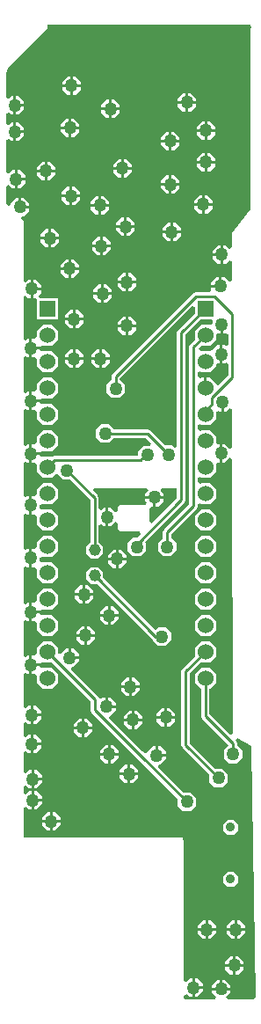
<source format=gbl>
G04*
G04 #@! TF.GenerationSoftware,Altium Limited,Altium Designer,25.2.1 (25)*
G04*
G04 Layer_Physical_Order=2*
G04 Layer_Color=16711680*
%FSLAX24Y24*%
%MOIN*%
G70*
G04*
G04 #@! TF.SameCoordinates,7B2066EB-CBC2-4D7E-9A59-9876444C2551*
G04*
G04*
G04 #@! TF.FilePolarity,Positive*
G04*
G01*
G75*
%ADD14C,0.0100*%
%ADD44C,0.0354*%
%ADD49C,0.0453*%
%ADD50C,0.0602*%
%ADD51R,0.0602X0.0602*%
%ADD52C,0.0500*%
G36*
X8750Y37150D02*
X8700Y37100D01*
Y30250D01*
X8000Y29350D01*
X8001Y28794D01*
X7902Y28752D01*
X7772Y28882D01*
X7677D01*
Y28532D01*
Y28182D01*
X7772D01*
X7903Y28312D01*
X8003Y28271D01*
X8005Y27531D01*
X7905Y27499D01*
X7722Y27682D01*
X7627D01*
Y27332D01*
X7577D01*
Y27282D01*
X7227D01*
Y27187D01*
X7190Y27097D01*
X6637D01*
X6522Y27050D01*
X3485Y24013D01*
X3438Y23898D01*
Y23783D01*
X3250Y23595D01*
Y23305D01*
X3455Y23100D01*
X3745D01*
X3950Y23305D01*
Y23595D01*
X3762Y23783D01*
Y23831D01*
X6506Y26575D01*
X6599Y26537D01*
Y26312D01*
X5974Y25688D01*
X5927Y25573D01*
Y21249D01*
X5834Y21211D01*
X5745Y21300D01*
X5480D01*
X4915Y21865D01*
X4800Y21912D01*
X3533D01*
X3345Y22100D01*
X3055D01*
X2850Y21895D01*
Y21605D01*
X3055Y21400D01*
X3345D01*
X3533Y21588D01*
X4733D01*
X4940Y21381D01*
X4898Y21281D01*
X4655D01*
X4450Y21076D01*
Y20912D01*
X1289D01*
X1183Y20868D01*
X1166Y20885D01*
X834D01*
X827Y20878D01*
X727Y20920D01*
Y20932D01*
X427D01*
Y20632D01*
X522D01*
X599Y20567D01*
Y20318D01*
X834Y20083D01*
X1166D01*
X1308Y20225D01*
X1405Y20200D01*
X1605Y20000D01*
X1870D01*
X2638Y19233D01*
Y17649D01*
X2474Y17485D01*
Y17215D01*
X2665Y17024D01*
X2935D01*
X3126Y17215D01*
Y17485D01*
X2962Y17649D01*
Y18271D01*
X3055Y18309D01*
X3132Y18232D01*
X3227D01*
Y18582D01*
Y18932D01*
X3132D01*
X3055Y18854D01*
X2962Y18893D01*
Y19300D01*
X2915Y19415D01*
X2737Y19593D01*
X2775Y19685D01*
X4794D01*
X4835Y19585D01*
X4727Y19477D01*
Y19382D01*
X5427D01*
Y19477D01*
X5319Y19585D01*
X5360Y19685D01*
X5927D01*
Y19306D01*
X4978Y18358D01*
X4886Y18396D01*
Y18901D01*
X4909Y18942D01*
X4971Y18982D01*
X5027D01*
Y19282D01*
X4727D01*
Y19187D01*
X4779Y19135D01*
X4737Y19035D01*
X3793D01*
X3717Y19004D01*
X3685Y18927D01*
Y18810D01*
X3585Y18769D01*
X3422Y18932D01*
X3327D01*
Y18582D01*
Y18232D01*
X3422D01*
X3585Y18395D01*
X3685Y18353D01*
Y18140D01*
X3717Y18063D01*
X3793Y18032D01*
X4521D01*
X4560Y17939D01*
X4420Y17800D01*
X4255D01*
X4050Y17595D01*
Y17305D01*
X4255Y17100D01*
X4545D01*
X4750Y17305D01*
Y17595D01*
X4712Y17633D01*
X6204Y19124D01*
X6251Y19239D01*
Y25506D01*
X6828Y26083D01*
X7254D01*
X7277Y26027D01*
Y25905D01*
X7185Y25867D01*
X7166Y25885D01*
X6834D01*
X6599Y25650D01*
Y25318D01*
X6602Y25315D01*
X6434Y25147D01*
X6386Y25033D01*
Y19068D01*
X5435Y18117D01*
X5388Y18002D01*
Y17783D01*
X5200Y17595D01*
Y17305D01*
X5405Y17100D01*
X5695D01*
X5900Y17305D01*
Y17595D01*
X5712Y17783D01*
Y17935D01*
X6664Y18886D01*
X6711Y19001D01*
Y19075D01*
X6804Y19113D01*
X6834Y19083D01*
X7166D01*
X7401Y19318D01*
Y19650D01*
X7166Y19885D01*
X6834D01*
X6804Y19855D01*
X6711Y19893D01*
Y20075D01*
X6804Y20113D01*
X6834Y20083D01*
X7166D01*
X7401Y20318D01*
Y20572D01*
X7455Y20650D01*
X7501Y20650D01*
X7550D01*
Y21000D01*
Y21350D01*
X7501D01*
X7455Y21350D01*
X7401Y21428D01*
Y21650D01*
X7166Y21885D01*
X6834D01*
X6804Y21855D01*
X6711Y21893D01*
Y22075D01*
X6804Y22113D01*
X6834Y22083D01*
X7166D01*
X7401Y22318D01*
Y22562D01*
X7501Y22604D01*
X7515Y22590D01*
X7610D01*
Y22940D01*
X7710D01*
Y22590D01*
X7805D01*
X7917Y22702D01*
X8017Y22661D01*
X8021Y21216D01*
X7921Y21174D01*
X7745Y21350D01*
X7650D01*
Y21000D01*
Y20650D01*
X7745D01*
X7922Y20827D01*
X8022Y20787D01*
X8048Y10373D01*
X7948Y10331D01*
X7162Y11117D01*
Y12083D01*
X7166D01*
X7401Y12318D01*
Y12650D01*
X7166Y12885D01*
X6834D01*
X6599Y12650D01*
Y12318D01*
X6834Y12083D01*
X6838D01*
Y11050D01*
X6885Y10935D01*
X7888Y9933D01*
Y9933D01*
X7700Y9745D01*
Y9455D01*
X7905Y9250D01*
X8195D01*
X8400Y9455D01*
Y9745D01*
X8212Y9933D01*
Y10000D01*
X8165Y10115D01*
X8149Y10131D01*
X8209Y10212D01*
X8750Y9917D01*
X8899Y371D01*
X8829Y300D01*
X7836D01*
X7795Y400D01*
X7950Y555D01*
Y650D01*
X7250D01*
Y555D01*
X7405Y400D01*
X7364Y300D01*
X6245D01*
X6185Y390D01*
X6202Y473D01*
X6297Y508D01*
X6405Y400D01*
X6500D01*
Y750D01*
Y1100D01*
X6405D01*
X6281Y976D01*
X6181Y1018D01*
Y6314D01*
X6150Y6390D01*
Y6426D01*
X100D01*
Y7564D01*
X200Y7605D01*
X305Y7500D01*
X400D01*
Y7850D01*
Y8200D01*
X305D01*
X192Y8087D01*
X100Y8126D01*
Y8374D01*
X192Y8413D01*
X305Y8300D01*
X400D01*
Y8650D01*
Y9000D01*
X305D01*
X192Y8887D01*
X100Y8926D01*
Y9683D01*
X192Y9721D01*
X282Y9632D01*
X377D01*
Y9982D01*
Y10332D01*
X282D01*
X192Y10242D01*
X100Y10280D01*
Y10783D01*
X192Y10821D01*
X282Y10732D01*
X377D01*
Y11082D01*
Y11432D01*
X282D01*
X192Y11342D01*
X100Y11380D01*
Y12633D01*
X192Y12671D01*
X232Y12632D01*
X327D01*
Y12982D01*
Y13332D01*
X232D01*
X192Y13292D01*
X100Y13330D01*
Y14633D01*
X192Y14671D01*
X232Y14632D01*
X327D01*
Y14982D01*
Y15332D01*
X232D01*
X192Y15292D01*
X100Y15330D01*
Y16683D01*
X192Y16721D01*
X232Y16682D01*
X327D01*
Y17032D01*
Y17382D01*
X232D01*
X192Y17342D01*
X100Y17380D01*
Y18683D01*
X192Y18721D01*
X232Y18682D01*
X327D01*
Y19032D01*
Y19382D01*
X232D01*
X192Y19342D01*
X100Y19380D01*
Y20633D01*
X192Y20671D01*
X232Y20632D01*
X327D01*
Y20982D01*
Y21332D01*
X232D01*
X192Y21292D01*
X100Y21330D01*
Y22633D01*
X192Y22671D01*
X232Y22632D01*
X327D01*
Y22982D01*
Y23332D01*
X232D01*
X192Y23292D01*
X100Y23330D01*
Y24633D01*
X192Y24671D01*
X232Y24632D01*
X327D01*
Y24982D01*
Y25332D01*
X232D01*
X192Y25292D01*
X100Y25330D01*
Y26933D01*
X192Y26971D01*
X282Y26882D01*
X377D01*
Y27232D01*
Y27582D01*
X282D01*
X192Y27492D01*
X100Y27530D01*
Y29800D01*
X11Y29889D01*
X49Y29982D01*
X122D01*
X327Y30187D01*
Y30282D01*
X-23D01*
Y30332D01*
X-73D01*
Y30682D01*
X-168D01*
X-373Y30477D01*
Y30404D01*
X-465Y30365D01*
X-550Y30450D01*
Y31122D01*
X-450Y31164D01*
X-318Y31032D01*
X-223D01*
Y31382D01*
Y31732D01*
X-318D01*
X-450Y31600D01*
X-550Y31641D01*
Y32883D01*
X-458Y32921D01*
X-368Y32832D01*
X-273D01*
Y33182D01*
Y33532D01*
X-368D01*
X-458Y33442D01*
X-550Y33480D01*
Y33883D01*
X-458Y33921D01*
X-368Y33832D01*
X-273D01*
Y34182D01*
Y34532D01*
X-368D01*
X-458Y34442D01*
X-550Y34480D01*
Y35400D01*
X-450Y35650D01*
X1000Y37100D01*
Y37250D01*
X8709D01*
X8750Y37150D01*
D02*
G37*
G36*
X7677Y25532D02*
X7772D01*
X7772Y25532D01*
X7865Y25494D01*
Y25111D01*
X7772Y25073D01*
X7745Y25100D01*
X7650D01*
Y24750D01*
Y24400D01*
X7745D01*
X7772Y24427D01*
X7865Y24389D01*
Y23940D01*
X7494Y23569D01*
X7401Y23607D01*
Y23650D01*
X7166Y23885D01*
X7050D01*
Y23484D01*
X6950D01*
Y23885D01*
X6834D01*
X6804Y23855D01*
X6711Y23893D01*
Y24075D01*
X6804Y24113D01*
X6834Y24083D01*
X7166D01*
X7401Y24318D01*
Y24378D01*
X7455Y24400D01*
X7550D01*
Y24750D01*
Y25100D01*
X7455D01*
X7250Y24895D01*
X7184Y24868D01*
X7166Y24885D01*
X6834D01*
X6738Y24931D01*
X6731Y24985D01*
X6831Y25085D01*
X6834Y25083D01*
X7166D01*
X7401Y25318D01*
Y25498D01*
X7482Y25532D01*
X7577D01*
Y25882D01*
X7677D01*
Y25532D01*
D02*
G37*
%LPC*%
G36*
X2072Y35282D02*
X1977D01*
Y34982D01*
X2277D01*
Y35077D01*
X2072Y35282D01*
D02*
G37*
G36*
X1877D02*
X1782D01*
X1577Y35077D01*
Y34982D01*
X1877D01*
Y35282D01*
D02*
G37*
G36*
X2277Y34882D02*
X1977D01*
Y34582D01*
X2072D01*
X2277Y34787D01*
Y34882D01*
D02*
G37*
G36*
X1877D02*
X1577D01*
Y34787D01*
X1782Y34582D01*
X1877D01*
Y34882D01*
D02*
G37*
G36*
X6445Y34650D02*
X6350D01*
Y34350D01*
X6650D01*
Y34445D01*
X6445Y34650D01*
D02*
G37*
G36*
X6250D02*
X6155D01*
X5950Y34445D01*
Y34350D01*
X6250D01*
Y34650D01*
D02*
G37*
G36*
X-78Y34532D02*
X-173D01*
Y34232D01*
X127D01*
Y34327D01*
X-78Y34532D01*
D02*
G37*
G36*
X3545Y34400D02*
X3450D01*
Y34100D01*
X3750D01*
Y34195D01*
X3545Y34400D01*
D02*
G37*
G36*
X3350D02*
X3255D01*
X3050Y34195D01*
Y34100D01*
X3350D01*
Y34400D01*
D02*
G37*
G36*
X6650Y34250D02*
X6350D01*
Y33950D01*
X6445D01*
X6650Y34155D01*
Y34250D01*
D02*
G37*
G36*
X6250D02*
X5950D01*
Y34155D01*
X6155Y33950D01*
X6250D01*
Y34250D01*
D02*
G37*
G36*
X127Y34132D02*
X-173D01*
Y33832D01*
X-78D01*
X127Y34037D01*
Y34132D01*
D02*
G37*
G36*
X3750Y34000D02*
X3450D01*
Y33700D01*
X3545D01*
X3750Y33905D01*
Y34000D01*
D02*
G37*
G36*
X3350D02*
X3050D01*
Y33905D01*
X3255Y33700D01*
X3350D01*
Y34000D01*
D02*
G37*
G36*
X2022Y33682D02*
X1927D01*
Y33382D01*
X2227D01*
Y33477D01*
X2022Y33682D01*
D02*
G37*
G36*
X1827D02*
X1732D01*
X1527Y33477D01*
Y33382D01*
X1827D01*
Y33682D01*
D02*
G37*
G36*
X7172Y33582D02*
X7077D01*
Y33282D01*
X7377D01*
Y33377D01*
X7172Y33582D01*
D02*
G37*
G36*
X6977D02*
X6882D01*
X6677Y33377D01*
Y33282D01*
X6977D01*
Y33582D01*
D02*
G37*
G36*
X-78Y33532D02*
X-173D01*
Y33232D01*
X127D01*
Y33327D01*
X-78Y33532D01*
D02*
G37*
G36*
X2227Y33282D02*
X1927D01*
Y32982D01*
X2022D01*
X2227Y33187D01*
Y33282D01*
D02*
G37*
G36*
X1827D02*
X1527D01*
Y33187D01*
X1732Y32982D01*
X1827D01*
Y33282D01*
D02*
G37*
G36*
X7377Y33182D02*
X7077D01*
Y32882D01*
X7172D01*
X7377Y33087D01*
Y33182D01*
D02*
G37*
G36*
X6977D02*
X6677D01*
Y33087D01*
X6882Y32882D01*
X6977D01*
Y33182D01*
D02*
G37*
G36*
X5822D02*
X5727D01*
Y32882D01*
X6027D01*
Y32977D01*
X5822Y33182D01*
D02*
G37*
G36*
X5627D02*
X5532D01*
X5327Y32977D01*
Y32882D01*
X5627D01*
Y33182D01*
D02*
G37*
G36*
X127Y33132D02*
X-173D01*
Y32832D01*
X-78D01*
X127Y33037D01*
Y33132D01*
D02*
G37*
G36*
X6027Y32782D02*
X5727D01*
Y32482D01*
X5822D01*
X6027Y32687D01*
Y32782D01*
D02*
G37*
G36*
X5627D02*
X5327D01*
Y32687D01*
X5532Y32482D01*
X5627D01*
Y32782D01*
D02*
G37*
G36*
X7172Y32382D02*
X7077D01*
Y32082D01*
X7377D01*
Y32177D01*
X7172Y32382D01*
D02*
G37*
G36*
X6977D02*
X6882D01*
X6677Y32177D01*
Y32082D01*
X6977D01*
Y32382D01*
D02*
G37*
G36*
X3995Y32150D02*
X3900D01*
Y31850D01*
X4200D01*
Y31945D01*
X3995Y32150D01*
D02*
G37*
G36*
X3800D02*
X3705D01*
X3500Y31945D01*
Y31850D01*
X3800D01*
Y32150D01*
D02*
G37*
G36*
X1095Y32050D02*
X1000D01*
Y31750D01*
X1300D01*
Y31845D01*
X1095Y32050D01*
D02*
G37*
G36*
X900D02*
X805D01*
X600Y31845D01*
Y31750D01*
X900D01*
Y32050D01*
D02*
G37*
G36*
X7377Y31982D02*
X7077D01*
Y31682D01*
X7172D01*
X7377Y31887D01*
Y31982D01*
D02*
G37*
G36*
X6977D02*
X6677D01*
Y31887D01*
X6882Y31682D01*
X6977D01*
Y31982D01*
D02*
G37*
G36*
X4200Y31750D02*
X3900D01*
Y31450D01*
X3995D01*
X4200Y31655D01*
Y31750D01*
D02*
G37*
G36*
X3800D02*
X3500D01*
Y31655D01*
X3705Y31450D01*
X3800D01*
Y31750D01*
D02*
G37*
G36*
X-28Y31732D02*
X-123D01*
Y31432D01*
X177D01*
Y31527D01*
X-28Y31732D01*
D02*
G37*
G36*
X1300Y31650D02*
X1000D01*
Y31350D01*
X1095D01*
X1300Y31555D01*
Y31650D01*
D02*
G37*
G36*
X900D02*
X600D01*
Y31555D01*
X805Y31350D01*
X900D01*
Y31650D01*
D02*
G37*
G36*
X5822Y31532D02*
X5727D01*
Y31232D01*
X6027D01*
Y31327D01*
X5822Y31532D01*
D02*
G37*
G36*
X5627D02*
X5532D01*
X5327Y31327D01*
Y31232D01*
X5627D01*
Y31532D01*
D02*
G37*
G36*
X177Y31332D02*
X-123D01*
Y31032D01*
X-28D01*
X177Y31237D01*
Y31332D01*
D02*
G37*
G36*
X6027Y31132D02*
X5727D01*
Y30832D01*
X5822D01*
X6027Y31037D01*
Y31132D01*
D02*
G37*
G36*
X5627D02*
X5327D01*
Y31037D01*
X5532Y30832D01*
X5627D01*
Y31132D01*
D02*
G37*
G36*
X2045Y31100D02*
X1950D01*
Y30800D01*
X2250D01*
Y30895D01*
X2045Y31100D01*
D02*
G37*
G36*
X1850D02*
X1755D01*
X1550Y30895D01*
Y30800D01*
X1850D01*
Y31100D01*
D02*
G37*
G36*
X7072Y30782D02*
X6977D01*
Y30482D01*
X7277D01*
Y30577D01*
X7072Y30782D01*
D02*
G37*
G36*
X6877D02*
X6782D01*
X6577Y30577D01*
Y30482D01*
X6877D01*
Y30782D01*
D02*
G37*
G36*
X3145Y30750D02*
X3050D01*
Y30450D01*
X3350D01*
Y30545D01*
X3145Y30750D01*
D02*
G37*
G36*
X2950D02*
X2855D01*
X2650Y30545D01*
Y30450D01*
X2950D01*
Y30750D01*
D02*
G37*
G36*
X2250Y30700D02*
X1950D01*
Y30400D01*
X2045D01*
X2250Y30605D01*
Y30700D01*
D02*
G37*
G36*
X1850D02*
X1550D01*
Y30605D01*
X1755Y30400D01*
X1850D01*
Y30700D01*
D02*
G37*
G36*
X122Y30682D02*
X27D01*
Y30382D01*
X327D01*
Y30477D01*
X122Y30682D01*
D02*
G37*
G36*
X7277Y30382D02*
X6977D01*
Y30082D01*
X7072D01*
X7277Y30287D01*
Y30382D01*
D02*
G37*
G36*
X6877D02*
X6577D01*
Y30287D01*
X6782Y30082D01*
X6877D01*
Y30382D01*
D02*
G37*
G36*
X3350Y30350D02*
X3050D01*
Y30050D01*
X3145D01*
X3350Y30255D01*
Y30350D01*
D02*
G37*
G36*
X2950D02*
X2650D01*
Y30255D01*
X2855Y30050D01*
X2950D01*
Y30350D01*
D02*
G37*
G36*
X4122Y29932D02*
X4027D01*
Y29632D01*
X4327D01*
Y29727D01*
X4122Y29932D01*
D02*
G37*
G36*
X3927D02*
X3832D01*
X3627Y29727D01*
Y29632D01*
X3927D01*
Y29932D01*
D02*
G37*
G36*
X5872Y29732D02*
X5777D01*
Y29432D01*
X6077D01*
Y29527D01*
X5872Y29732D01*
D02*
G37*
G36*
X5677D02*
X5582D01*
X5377Y29527D01*
Y29432D01*
X5677D01*
Y29732D01*
D02*
G37*
G36*
X4327Y29532D02*
X4027D01*
Y29232D01*
X4122D01*
X4327Y29437D01*
Y29532D01*
D02*
G37*
G36*
X3927D02*
X3627D01*
Y29437D01*
X3832Y29232D01*
X3927D01*
Y29532D01*
D02*
G37*
G36*
X1245Y29500D02*
X1150D01*
Y29200D01*
X1450D01*
Y29295D01*
X1245Y29500D01*
D02*
G37*
G36*
X1050D02*
X955D01*
X750Y29295D01*
Y29200D01*
X1050D01*
Y29500D01*
D02*
G37*
G36*
X6077Y29332D02*
X5777D01*
Y29032D01*
X5872D01*
X6077Y29237D01*
Y29332D01*
D02*
G37*
G36*
X5677D02*
X5377D01*
Y29237D01*
X5582Y29032D01*
X5677D01*
Y29332D01*
D02*
G37*
G36*
X3195Y29200D02*
X3100D01*
Y28900D01*
X3400D01*
Y28995D01*
X3195Y29200D01*
D02*
G37*
G36*
X3000D02*
X2905D01*
X2700Y28995D01*
Y28900D01*
X3000D01*
Y29200D01*
D02*
G37*
G36*
X1450Y29100D02*
X1150D01*
Y28800D01*
X1245D01*
X1450Y29005D01*
Y29100D01*
D02*
G37*
G36*
X1050D02*
X750D01*
Y29005D01*
X955Y28800D01*
X1050D01*
Y29100D01*
D02*
G37*
G36*
X7577Y28882D02*
X7482D01*
X7277Y28677D01*
Y28582D01*
X7577D01*
Y28882D01*
D02*
G37*
G36*
X3400Y28800D02*
X3100D01*
Y28500D01*
X3195D01*
X3400Y28705D01*
Y28800D01*
D02*
G37*
G36*
X3000D02*
X2700D01*
Y28705D01*
X2905Y28500D01*
X3000D01*
Y28800D01*
D02*
G37*
G36*
X7577Y28482D02*
X7277D01*
Y28387D01*
X7482Y28182D01*
X7577D01*
Y28482D01*
D02*
G37*
G36*
X1995Y28350D02*
X1900D01*
Y28050D01*
X2200D01*
Y28145D01*
X1995Y28350D01*
D02*
G37*
G36*
X1800D02*
X1705D01*
X1500Y28145D01*
Y28050D01*
X1800D01*
Y28350D01*
D02*
G37*
G36*
X2200Y27950D02*
X1900D01*
Y27650D01*
X1995D01*
X2200Y27855D01*
Y27950D01*
D02*
G37*
G36*
X1800D02*
X1500D01*
Y27855D01*
X1705Y27650D01*
X1800D01*
Y27950D01*
D02*
G37*
G36*
X4172Y27832D02*
X4077D01*
Y27532D01*
X4377D01*
Y27627D01*
X4172Y27832D01*
D02*
G37*
G36*
X3977D02*
X3882D01*
X3677Y27627D01*
Y27532D01*
X3977D01*
Y27832D01*
D02*
G37*
G36*
X7527Y27682D02*
X7432D01*
X7227Y27477D01*
Y27382D01*
X7527D01*
Y27682D01*
D02*
G37*
G36*
X572Y27582D02*
X477D01*
Y27282D01*
X777D01*
Y27377D01*
X572Y27582D01*
D02*
G37*
G36*
X4377Y27432D02*
X4077D01*
Y27132D01*
X4172D01*
X4377Y27337D01*
Y27432D01*
D02*
G37*
G36*
X3977D02*
X3677D01*
Y27337D01*
X3882Y27132D01*
X3977D01*
Y27432D01*
D02*
G37*
G36*
X3245Y27400D02*
X3150D01*
Y27100D01*
X3450D01*
Y27195D01*
X3245Y27400D01*
D02*
G37*
G36*
X3050D02*
X2955D01*
X2750Y27195D01*
Y27100D01*
X3050D01*
Y27400D01*
D02*
G37*
G36*
X3450Y27000D02*
X3150D01*
Y26700D01*
X3245D01*
X3450Y26905D01*
Y27000D01*
D02*
G37*
G36*
X3050D02*
X2750D01*
Y26905D01*
X2955Y26700D01*
X3050D01*
Y27000D01*
D02*
G37*
G36*
X2172Y26432D02*
X2077D01*
Y26132D01*
X2377D01*
Y26227D01*
X2172Y26432D01*
D02*
G37*
G36*
X1977D02*
X1882D01*
X1677Y26227D01*
Y26132D01*
X1977D01*
Y26432D01*
D02*
G37*
G36*
X777Y27182D02*
X477D01*
Y26882D01*
X499D01*
X572Y26882D01*
X599Y26793D01*
Y26083D01*
X1401D01*
Y26885D01*
X717D01*
X675Y26985D01*
X777Y27087D01*
Y27182D01*
D02*
G37*
G36*
X4172Y26182D02*
X4077D01*
Y25882D01*
X4377D01*
Y25977D01*
X4172Y26182D01*
D02*
G37*
G36*
X3977D02*
X3882D01*
X3677Y25977D01*
Y25882D01*
X3977D01*
Y26182D01*
D02*
G37*
G36*
X2377Y26032D02*
X2077D01*
Y25732D01*
X2172D01*
X2377Y25937D01*
Y26032D01*
D02*
G37*
G36*
X1977D02*
X1677D01*
Y25937D01*
X1882Y25732D01*
X1977D01*
Y26032D01*
D02*
G37*
G36*
X4377Y25782D02*
X4077D01*
Y25482D01*
X4172D01*
X4377Y25687D01*
Y25782D01*
D02*
G37*
G36*
X3977D02*
X3677D01*
Y25687D01*
X3882Y25482D01*
X3977D01*
Y25782D01*
D02*
G37*
G36*
X1166Y25885D02*
X834D01*
X599Y25650D01*
Y25396D01*
X522Y25332D01*
X499Y25332D01*
X427D01*
Y25032D01*
X727D01*
Y25048D01*
X827Y25090D01*
X834Y25083D01*
X1166D01*
X1401Y25318D01*
Y25650D01*
X1166Y25885D01*
D02*
G37*
G36*
X3172Y24932D02*
X3077D01*
Y24632D01*
X3377D01*
Y24727D01*
X3172Y24932D01*
D02*
G37*
G36*
X2977D02*
X2882D01*
X2677Y24727D01*
Y24632D01*
X2977D01*
Y24932D01*
D02*
G37*
G36*
X2172D02*
X2077D01*
Y24632D01*
X2377D01*
Y24727D01*
X2172Y24932D01*
D02*
G37*
G36*
X1977D02*
X1882D01*
X1677Y24727D01*
Y24632D01*
X1977D01*
Y24932D01*
D02*
G37*
G36*
X3377Y24532D02*
X3077D01*
Y24232D01*
X3172D01*
X3377Y24437D01*
Y24532D01*
D02*
G37*
G36*
X2977D02*
X2677D01*
Y24437D01*
X2882Y24232D01*
X2977D01*
Y24532D01*
D02*
G37*
G36*
X2377D02*
X2077D01*
Y24232D01*
X2172D01*
X2377Y24437D01*
Y24532D01*
D02*
G37*
G36*
X1977D02*
X1677D01*
Y24437D01*
X1882Y24232D01*
X1977D01*
Y24532D01*
D02*
G37*
G36*
X727Y24932D02*
X427D01*
Y24632D01*
X499D01*
X522Y24632D01*
X599Y24567D01*
Y24318D01*
X834Y24083D01*
X1166D01*
X1401Y24318D01*
Y24650D01*
X1166Y24885D01*
X834D01*
X827Y24878D01*
X727Y24920D01*
Y24932D01*
D02*
G37*
G36*
X1166Y23885D02*
X834D01*
X599Y23650D01*
Y23396D01*
X522Y23332D01*
X499Y23332D01*
X427D01*
Y23032D01*
X727D01*
Y23048D01*
X827Y23090D01*
X834Y23083D01*
X1166D01*
X1401Y23318D01*
Y23650D01*
X1166Y23885D01*
D02*
G37*
G36*
X727Y22932D02*
X427D01*
Y22632D01*
X499D01*
X522Y22632D01*
X599Y22567D01*
Y22318D01*
X834Y22083D01*
X1166D01*
X1401Y22318D01*
Y22650D01*
X1166Y22885D01*
X834D01*
X827Y22878D01*
X727Y22920D01*
Y22932D01*
D02*
G37*
G36*
X1166Y21885D02*
X834D01*
X599Y21650D01*
Y21396D01*
X522Y21332D01*
X499Y21332D01*
X427D01*
Y21032D01*
X727D01*
Y21048D01*
X827Y21090D01*
X834Y21083D01*
X1166D01*
X1401Y21318D01*
Y21650D01*
X1166Y21885D01*
D02*
G37*
G36*
Y19885D02*
X834D01*
X599Y19650D01*
Y19446D01*
X522Y19382D01*
X499Y19382D01*
X427D01*
Y19032D01*
Y18682D01*
X512D01*
X530Y18675D01*
X599Y18617D01*
Y18318D01*
X834Y18083D01*
X1166D01*
X1401Y18318D01*
Y18650D01*
X1166Y18885D01*
X834D01*
X821Y18872D01*
X727Y18920D01*
Y19048D01*
X827Y19090D01*
X834Y19083D01*
X1166D01*
X1401Y19318D01*
Y19650D01*
X1166Y19885D01*
D02*
G37*
G36*
X5427Y19282D02*
X5127D01*
Y18982D01*
X5222D01*
X5427Y19187D01*
Y19282D01*
D02*
G37*
G36*
X7166Y18885D02*
X6834D01*
X6599Y18650D01*
Y18318D01*
X6834Y18083D01*
X7166D01*
X7401Y18318D01*
Y18650D01*
X7166Y18885D01*
D02*
G37*
G36*
Y17885D02*
X6834D01*
X6599Y17650D01*
Y17318D01*
X6834Y17083D01*
X7166D01*
X7401Y17318D01*
Y17650D01*
X7166Y17885D01*
D02*
G37*
G36*
X1166D02*
X834D01*
X599Y17650D01*
Y17446D01*
X522Y17382D01*
X499Y17382D01*
X427D01*
Y17032D01*
Y16682D01*
X512D01*
X530Y16675D01*
X599Y16617D01*
Y16318D01*
X834Y16083D01*
X1166D01*
X1401Y16318D01*
Y16650D01*
X1166Y16885D01*
X834D01*
X821Y16872D01*
X727Y16920D01*
Y17048D01*
X827Y17090D01*
X834Y17083D01*
X1166D01*
X1401Y17318D01*
Y17650D01*
X1166Y17885D01*
D02*
G37*
G36*
X3795Y17350D02*
X3700D01*
Y17050D01*
X4000D01*
Y17145D01*
X3795Y17350D01*
D02*
G37*
G36*
X3600D02*
X3505D01*
X3300Y17145D01*
Y17050D01*
X3600D01*
Y17350D01*
D02*
G37*
G36*
X4000Y16950D02*
X3700D01*
Y16650D01*
X3795D01*
X4000Y16855D01*
Y16950D01*
D02*
G37*
G36*
X3600D02*
X3300D01*
Y16855D01*
X3505Y16650D01*
X3600D01*
Y16950D01*
D02*
G37*
G36*
X7166Y16885D02*
X6834D01*
X6599Y16650D01*
Y16318D01*
X6834Y16083D01*
X7166D01*
X7401Y16318D01*
Y16650D01*
X7166Y16885D01*
D02*
G37*
G36*
X2545Y16000D02*
X2450D01*
Y15700D01*
X2750D01*
Y15795D01*
X2545Y16000D01*
D02*
G37*
G36*
X2350D02*
X2255D01*
X2050Y15795D01*
Y15700D01*
X2350D01*
Y16000D01*
D02*
G37*
G36*
X2750Y15600D02*
X2450D01*
Y15300D01*
X2545D01*
X2750Y15505D01*
Y15600D01*
D02*
G37*
G36*
X2350D02*
X2050D01*
Y15505D01*
X2255Y15300D01*
X2350D01*
Y15600D01*
D02*
G37*
G36*
X7166Y15885D02*
X6834D01*
X6599Y15650D01*
Y15318D01*
X6834Y15083D01*
X7166D01*
X7401Y15318D01*
Y15650D01*
X7166Y15885D01*
D02*
G37*
G36*
X1166D02*
X834D01*
X599Y15650D01*
Y15396D01*
X522Y15332D01*
X499Y15332D01*
X427D01*
Y15032D01*
X727D01*
Y15048D01*
X827Y15090D01*
X834Y15083D01*
X1166D01*
X1401Y15318D01*
Y15650D01*
X1166Y15885D01*
D02*
G37*
G36*
X3495Y15200D02*
X3400D01*
Y14900D01*
X3700D01*
Y14995D01*
X3495Y15200D01*
D02*
G37*
G36*
X3300D02*
X3205D01*
X3000Y14995D01*
Y14900D01*
X3300D01*
Y15200D01*
D02*
G37*
G36*
X3700Y14800D02*
X3400D01*
Y14500D01*
X3495D01*
X3700Y14705D01*
Y14800D01*
D02*
G37*
G36*
X3300D02*
X3000D01*
Y14705D01*
X3205Y14500D01*
X3300D01*
Y14800D01*
D02*
G37*
G36*
X2595Y14450D02*
X2500D01*
Y14150D01*
X2800D01*
Y14245D01*
X2595Y14450D01*
D02*
G37*
G36*
X2400D02*
X2305D01*
X2100Y14245D01*
Y14150D01*
X2400D01*
Y14450D01*
D02*
G37*
G36*
X7166Y14885D02*
X6834D01*
X6599Y14650D01*
Y14318D01*
X6834Y14083D01*
X7166D01*
X7401Y14318D01*
Y14650D01*
X7166Y14885D01*
D02*
G37*
G36*
X727Y14932D02*
X427D01*
Y14632D01*
X499D01*
X522Y14632D01*
X599Y14567D01*
Y14318D01*
X834Y14083D01*
X1166D01*
X1401Y14318D01*
Y14650D01*
X1166Y14885D01*
X834D01*
X827Y14878D01*
X727Y14920D01*
Y14932D01*
D02*
G37*
G36*
X2800Y14050D02*
X2500D01*
Y13750D01*
X2595D01*
X2800Y13955D01*
Y14050D01*
D02*
G37*
G36*
X2400D02*
X2100D01*
Y13955D01*
X2305Y13750D01*
X2400D01*
Y14050D01*
D02*
G37*
G36*
X2935Y16692D02*
X2665D01*
X2474Y16501D01*
Y16231D01*
X2665Y16039D01*
X2897D01*
X5000Y13936D01*
Y13905D01*
X5205Y13700D01*
X5495D01*
X5700Y13905D01*
Y14195D01*
X5495Y14400D01*
X5205D01*
X5100Y14295D01*
X3126Y16269D01*
Y16501D01*
X2935Y16692D01*
D02*
G37*
G36*
X1995Y13600D02*
X1900D01*
Y13300D01*
X2200D01*
Y13395D01*
X1995Y13600D01*
D02*
G37*
G36*
X7166Y13885D02*
X6834D01*
X6599Y13650D01*
Y13318D01*
X6602Y13315D01*
X6135Y12849D01*
X6088Y12734D01*
Y9950D01*
X6135Y9835D01*
X7150Y8820D01*
Y8555D01*
X7355Y8350D01*
X7645D01*
X7850Y8555D01*
Y8845D01*
X7645Y9050D01*
X7380D01*
X6412Y10017D01*
Y12667D01*
X6831Y13085D01*
X6834Y13083D01*
X7166D01*
X7401Y13318D01*
Y13650D01*
X7166Y13885D01*
D02*
G37*
G36*
X4295Y12500D02*
X4200D01*
Y12200D01*
X4500D01*
Y12295D01*
X4295Y12500D01*
D02*
G37*
G36*
X4100D02*
X4005D01*
X3800Y12295D01*
Y12200D01*
X4100D01*
Y12500D01*
D02*
G37*
G36*
X727Y12932D02*
X427D01*
Y12632D01*
X499D01*
X522Y12632D01*
X599Y12567D01*
Y12318D01*
X834Y12083D01*
X1166D01*
X1401Y12318D01*
Y12650D01*
X1166Y12885D01*
X834D01*
X827Y12878D01*
X727Y12920D01*
Y12932D01*
D02*
G37*
G36*
X4500Y12100D02*
X4200D01*
Y11800D01*
X4295D01*
X4500Y12005D01*
Y12100D01*
D02*
G37*
G36*
X4100D02*
X3800D01*
Y12005D01*
X4005Y11800D01*
X4100D01*
Y12100D01*
D02*
G37*
G36*
X3395Y11750D02*
X3300D01*
Y11450D01*
X3600D01*
Y11545D01*
X3395Y11750D01*
D02*
G37*
G36*
X572Y11432D02*
X477D01*
Y11132D01*
X777D01*
Y11227D01*
X572Y11432D01*
D02*
G37*
G36*
X5645Y11350D02*
X5550D01*
Y11050D01*
X5850D01*
Y11145D01*
X5645Y11350D01*
D02*
G37*
G36*
X5450D02*
X5355D01*
X5150Y11145D01*
Y11050D01*
X5450D01*
Y11350D01*
D02*
G37*
G36*
X4395Y11250D02*
X4300D01*
Y10950D01*
X4600D01*
Y11045D01*
X4395Y11250D01*
D02*
G37*
G36*
X4200D02*
X4105D01*
X3900Y11045D01*
Y10950D01*
X4200D01*
Y11250D01*
D02*
G37*
G36*
X777Y11032D02*
X477D01*
Y10732D01*
X572D01*
X777Y10937D01*
Y11032D01*
D02*
G37*
G36*
X5850Y10950D02*
X5550D01*
Y10650D01*
X5645D01*
X5850Y10855D01*
Y10950D01*
D02*
G37*
G36*
X5450D02*
X5150D01*
Y10855D01*
X5355Y10650D01*
X5450D01*
Y10950D01*
D02*
G37*
G36*
X2495D02*
X2400D01*
Y10650D01*
X2700D01*
Y10745D01*
X2495Y10950D01*
D02*
G37*
G36*
X2300D02*
X2205D01*
X2000Y10745D01*
Y10650D01*
X2300D01*
Y10950D01*
D02*
G37*
G36*
X4600Y10850D02*
X4300D01*
Y10550D01*
X4395D01*
X4600Y10755D01*
Y10850D01*
D02*
G37*
G36*
X4200D02*
X3900D01*
Y10755D01*
X4105Y10550D01*
X4200D01*
Y10850D01*
D02*
G37*
G36*
X2700Y10550D02*
X2400D01*
Y10250D01*
X2495D01*
X2700Y10455D01*
Y10550D01*
D02*
G37*
G36*
X2300D02*
X2000D01*
Y10455D01*
X2205Y10250D01*
X2300D01*
Y10550D01*
D02*
G37*
G36*
X572Y10332D02*
X477D01*
Y10032D01*
X777D01*
Y10127D01*
X572Y10332D01*
D02*
G37*
G36*
X3495Y9950D02*
X3400D01*
Y9650D01*
X3700D01*
Y9745D01*
X3495Y9950D01*
D02*
G37*
G36*
X3300D02*
X3205D01*
X3000Y9745D01*
Y9650D01*
X3300D01*
Y9950D01*
D02*
G37*
G36*
X777Y9932D02*
X477D01*
Y9632D01*
X572D01*
X777Y9837D01*
Y9932D01*
D02*
G37*
G36*
X5295Y9900D02*
X5200D01*
Y9600D01*
X5500D01*
Y9695D01*
X5295Y9900D01*
D02*
G37*
G36*
X3700Y9550D02*
X3400D01*
Y9250D01*
X3495D01*
X3700Y9455D01*
Y9550D01*
D02*
G37*
G36*
X3300D02*
X3000D01*
Y9455D01*
X3205Y9250D01*
X3300D01*
Y9550D01*
D02*
G37*
G36*
X4245Y9200D02*
X4150D01*
Y8900D01*
X4450D01*
Y8995D01*
X4245Y9200D01*
D02*
G37*
G36*
X4050D02*
X3955D01*
X3750Y8995D01*
Y8900D01*
X4050D01*
Y9200D01*
D02*
G37*
G36*
X595Y9000D02*
X500D01*
Y8700D01*
X800D01*
Y8795D01*
X595Y9000D01*
D02*
G37*
G36*
X4450Y8800D02*
X4150D01*
Y8500D01*
X4245D01*
X4450Y8705D01*
Y8800D01*
D02*
G37*
G36*
X4050D02*
X3750D01*
Y8705D01*
X3955Y8500D01*
X4050D01*
Y8800D01*
D02*
G37*
G36*
X800Y8600D02*
X500D01*
Y8300D01*
X595D01*
X800Y8505D01*
Y8600D01*
D02*
G37*
G36*
X595Y8200D02*
X500D01*
Y7900D01*
X800D01*
Y7995D01*
X595Y8200D01*
D02*
G37*
G36*
X800Y7800D02*
X500D01*
Y7500D01*
X595D01*
X800Y7705D01*
Y7800D01*
D02*
G37*
G36*
X1166Y13885D02*
X834D01*
X599Y13650D01*
Y13396D01*
X522Y13332D01*
X499Y13332D01*
X427D01*
Y13032D01*
X727D01*
Y13048D01*
X827Y13090D01*
X834Y13083D01*
X1166D01*
X1169Y13085D01*
X2638Y11617D01*
Y11284D01*
X2685Y11170D01*
X4387Y9468D01*
X4414Y9457D01*
X5950Y7920D01*
Y7655D01*
X6155Y7450D01*
X6445D01*
X6650Y7655D01*
Y7945D01*
X6445Y8150D01*
X6180D01*
X5222Y9108D01*
X5260Y9200D01*
X5295D01*
X5500Y9405D01*
Y9500D01*
X5150D01*
Y9550D01*
X5100D01*
Y9900D01*
X5005D01*
X4800Y9695D01*
Y9660D01*
X4708Y9622D01*
X4632Y9697D01*
X4606Y9708D01*
X3356Y10958D01*
X3395Y11050D01*
X3395D01*
X3600Y11255D01*
Y11350D01*
X3250D01*
Y11400D01*
X3200D01*
Y11750D01*
X3105D01*
X3055Y11700D01*
X2943Y11730D01*
X2915Y11799D01*
X1906Y12808D01*
X1944Y12900D01*
X1995D01*
X2200Y13105D01*
Y13200D01*
X1850D01*
Y13250D01*
X1800D01*
Y13600D01*
X1705D01*
X1501Y13396D01*
X1401Y13398D01*
Y13650D01*
X1166Y13885D01*
D02*
G37*
G36*
X1295Y7400D02*
X1200D01*
Y7100D01*
X1500D01*
Y7195D01*
X1295Y7400D01*
D02*
G37*
G36*
X1100D02*
X1005D01*
X800Y7195D01*
Y7100D01*
X1100D01*
Y7400D01*
D02*
G37*
G36*
X1500Y7000D02*
X1200D01*
Y6700D01*
X1295D01*
X1500Y6905D01*
Y7000D01*
D02*
G37*
G36*
X1100D02*
X800D01*
Y6905D01*
X1005Y6700D01*
X1100D01*
Y7000D01*
D02*
G37*
G36*
X8070Y7111D02*
X7840D01*
X7678Y6949D01*
Y6719D01*
X7840Y6557D01*
X8070D01*
X8232Y6719D01*
Y6949D01*
X8070Y7111D01*
D02*
G37*
G36*
Y5143D02*
X7840D01*
X7678Y4981D01*
Y4751D01*
X7840Y4589D01*
X8070D01*
X8232Y4751D01*
Y4981D01*
X8070Y5143D01*
D02*
G37*
G36*
X8295Y3300D02*
X8200D01*
Y3000D01*
X8500D01*
Y3095D01*
X8295Y3300D01*
D02*
G37*
G36*
X8100D02*
X8005D01*
X7800Y3095D01*
Y3000D01*
X8100D01*
Y3300D01*
D02*
G37*
G36*
X7195D02*
X7100D01*
Y3000D01*
X7400D01*
Y3095D01*
X7195Y3300D01*
D02*
G37*
G36*
X7000D02*
X6905D01*
X6700Y3095D01*
Y3000D01*
X7000D01*
Y3300D01*
D02*
G37*
G36*
X8500Y2900D02*
X8200D01*
Y2600D01*
X8295D01*
X8500Y2805D01*
Y2900D01*
D02*
G37*
G36*
X8100D02*
X7800D01*
Y2805D01*
X8005Y2600D01*
X8100D01*
Y2900D01*
D02*
G37*
G36*
X7400D02*
X7100D01*
Y2600D01*
X7195D01*
X7400Y2805D01*
Y2900D01*
D02*
G37*
G36*
X7000D02*
X6700D01*
Y2805D01*
X6905Y2600D01*
X7000D01*
Y2900D01*
D02*
G37*
G36*
X8245Y1950D02*
X8150D01*
Y1650D01*
X8450D01*
Y1745D01*
X8245Y1950D01*
D02*
G37*
G36*
X8050D02*
X7955D01*
X7750Y1745D01*
Y1650D01*
X8050D01*
Y1950D01*
D02*
G37*
G36*
X8450Y1550D02*
X8150D01*
Y1250D01*
X8245D01*
X8450Y1455D01*
Y1550D01*
D02*
G37*
G36*
X8050D02*
X7750D01*
Y1455D01*
X7955Y1250D01*
X8050D01*
Y1550D01*
D02*
G37*
G36*
X6695Y1100D02*
X6600D01*
Y800D01*
X6900D01*
Y895D01*
X6695Y1100D01*
D02*
G37*
G36*
X7745Y1050D02*
X7650D01*
Y750D01*
X7950D01*
Y845D01*
X7745Y1050D01*
D02*
G37*
G36*
X7550D02*
X7455D01*
X7250Y845D01*
Y750D01*
X7550D01*
Y1050D01*
D02*
G37*
G36*
X6900Y700D02*
X6600D01*
Y400D01*
X6695D01*
X6900Y605D01*
Y700D01*
D02*
G37*
%LPD*%
D14*
X7000Y22484D02*
Y22602D01*
X7260Y22862D01*
Y23106D01*
X8027Y23873D01*
Y26271D01*
X7363Y26935D02*
X8027Y26271D01*
X6637Y26935D02*
X7363D01*
X3600Y23898D02*
X6637Y26935D01*
X3600Y23450D02*
Y23898D01*
X1000Y13484D02*
X2800Y11684D01*
Y11284D02*
Y11684D01*
Y11284D02*
X4502Y9582D01*
X4518D01*
X6300Y7800D01*
X7000Y11050D02*
Y12484D01*
Y11050D02*
X8050Y10000D01*
Y9600D02*
Y10000D01*
X6250Y12734D02*
X7000Y13484D01*
X6250Y9950D02*
Y12734D01*
Y9950D02*
X7500Y8700D01*
X4400Y17450D02*
Y17550D01*
X6089Y19239D02*
Y25573D01*
X4400Y17550D02*
X6089Y19239D01*
X5116Y14050D02*
X5350D01*
X2800Y16366D02*
X5116Y14050D01*
X1289Y20750D02*
X4541D01*
X4722Y20931D01*
X1000Y20484D02*
X1023D01*
X4722Y20931D02*
X4800D01*
X1023Y20484D02*
X1289Y20750D01*
X3200Y21750D02*
X4800D01*
X5600Y20950D01*
X1750Y20350D02*
X2800Y19300D01*
Y17350D02*
Y19300D01*
X6549Y19001D02*
Y25033D01*
X7000Y25484D01*
X6089Y25573D02*
X7000Y26484D01*
X5550Y17450D02*
Y18002D01*
X6549Y19001D01*
D44*
X7955Y6834D02*
D03*
Y4866D02*
D03*
D49*
X2800Y17350D02*
D03*
Y16366D02*
D03*
D50*
X7000Y12484D02*
D03*
Y13484D02*
D03*
Y14484D02*
D03*
Y15484D02*
D03*
Y16484D02*
D03*
Y17484D02*
D03*
Y18484D02*
D03*
Y19484D02*
D03*
Y20484D02*
D03*
Y21484D02*
D03*
Y22484D02*
D03*
Y23484D02*
D03*
Y24484D02*
D03*
Y25484D02*
D03*
X1000Y12484D02*
D03*
Y13484D02*
D03*
Y14484D02*
D03*
Y15484D02*
D03*
Y16484D02*
D03*
Y17484D02*
D03*
Y18484D02*
D03*
Y19484D02*
D03*
Y20484D02*
D03*
Y21484D02*
D03*
Y22484D02*
D03*
Y23484D02*
D03*
Y24484D02*
D03*
Y25484D02*
D03*
D51*
X7000Y26484D02*
D03*
X1000D02*
D03*
D52*
X7660Y22940D02*
D03*
X3600Y23450D02*
D03*
X4400Y17450D02*
D03*
X7050Y2950D02*
D03*
X8150D02*
D03*
X8100Y1600D02*
D03*
X7600Y700D02*
D03*
X6550Y750D02*
D03*
X1150Y7050D02*
D03*
X6300Y7800D02*
D03*
X7500Y8700D02*
D03*
X8050Y9600D02*
D03*
X7600Y21000D02*
D03*
X1850Y13250D02*
D03*
X2450Y14100D02*
D03*
X3350Y14850D02*
D03*
X2400Y15650D02*
D03*
X7600Y24750D02*
D03*
X5077Y19332D02*
D03*
X3277Y18582D02*
D03*
X3650Y17000D02*
D03*
X7627Y25882D02*
D03*
Y28532D02*
D03*
X7577Y27332D02*
D03*
X5677Y31182D02*
D03*
Y32832D02*
D03*
X6300Y34300D02*
D03*
X7027Y33232D02*
D03*
Y32032D02*
D03*
X6927Y30432D02*
D03*
X5727Y29382D02*
D03*
X4027Y25832D02*
D03*
Y27482D02*
D03*
X3977Y29582D02*
D03*
X3100Y27050D02*
D03*
X3050Y28850D02*
D03*
X1900Y30750D02*
D03*
X3850Y31800D02*
D03*
X3400Y34050D02*
D03*
X3000Y30400D02*
D03*
X1100Y29150D02*
D03*
X1850Y28000D02*
D03*
X427Y9982D02*
D03*
X450Y8650D02*
D03*
X950Y31700D02*
D03*
X3027Y24582D02*
D03*
X2027D02*
D03*
Y26082D02*
D03*
X1877Y33332D02*
D03*
X1927Y34932D02*
D03*
X-223Y34182D02*
D03*
Y33182D02*
D03*
X-173Y31382D02*
D03*
X-23Y30332D02*
D03*
X427Y27232D02*
D03*
X377Y24982D02*
D03*
Y22982D02*
D03*
Y20982D02*
D03*
Y19032D02*
D03*
Y17032D02*
D03*
Y14982D02*
D03*
Y12982D02*
D03*
X427Y11082D02*
D03*
X450Y7850D02*
D03*
X4250Y10900D02*
D03*
X5150Y9550D02*
D03*
X4100Y8850D02*
D03*
X4150Y12150D02*
D03*
X2350Y10600D02*
D03*
X3250Y11400D02*
D03*
X5500Y11000D02*
D03*
X3350Y9600D02*
D03*
X5350Y14050D02*
D03*
X3200Y21750D02*
D03*
X4800Y20931D02*
D03*
X5600Y20950D02*
D03*
X1750Y20350D02*
D03*
X5550Y17450D02*
D03*
M02*

</source>
